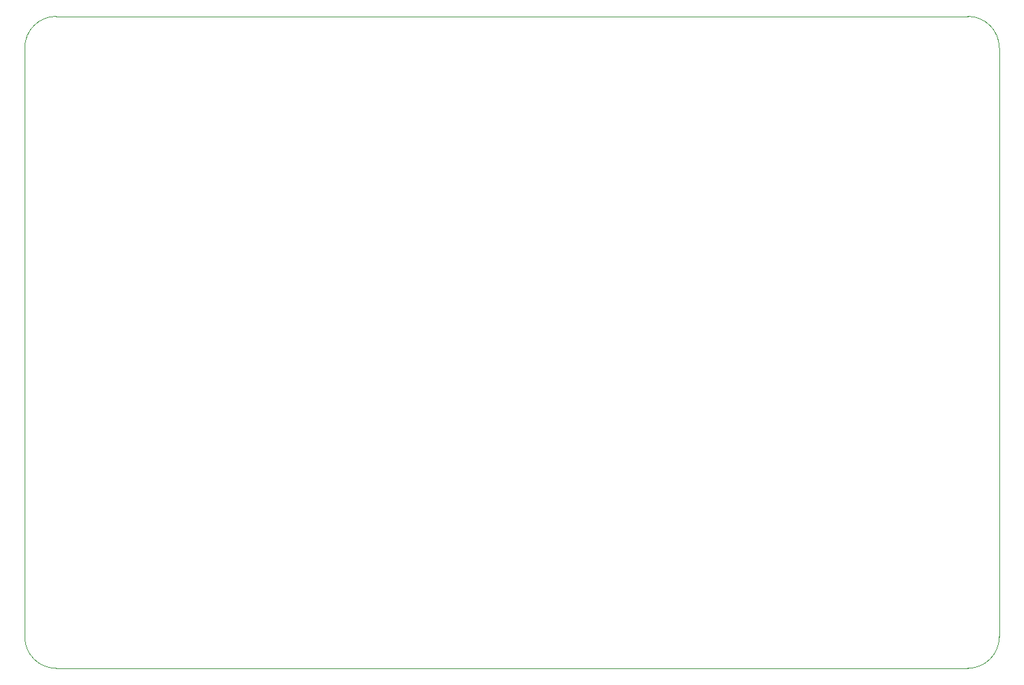
<source format=gbr>
%TF.GenerationSoftware,KiCad,Pcbnew,7.0.1*%
%TF.CreationDate,2023-08-25T15:18:18+01:00*%
%TF.ProjectId,Register_board,52656769-7374-4657-925f-626f6172642e,rev?*%
%TF.SameCoordinates,Original*%
%TF.FileFunction,Profile,NP*%
%FSLAX46Y46*%
G04 Gerber Fmt 4.6, Leading zero omitted, Abs format (unit mm)*
G04 Created by KiCad (PCBNEW 7.0.1) date 2023-08-25 15:18:18*
%MOMM*%
%LPD*%
G01*
G04 APERTURE LIST*
%TA.AperFunction,Profile*%
%ADD10C,0.100000*%
%TD*%
G04 APERTURE END LIST*
D10*
X55035000Y-44210000D02*
G75*
G03*
X51035000Y-48210000I0J-4000000D01*
G01*
X55035000Y-127210000D02*
X171035000Y-127210000D01*
X171035000Y-127210000D02*
G75*
G03*
X175035000Y-123210000I0J4000000D01*
G01*
X51035000Y-48210000D02*
X51035000Y-123210000D01*
X175035000Y-48210000D02*
G75*
G03*
X171035000Y-44210000I-4000000J0D01*
G01*
X171035000Y-44210000D02*
X55035000Y-44210000D01*
X175035000Y-123210000D02*
X175035000Y-48210000D01*
X51035000Y-123210000D02*
G75*
G03*
X55035000Y-127210000I4000000J0D01*
G01*
M02*

</source>
